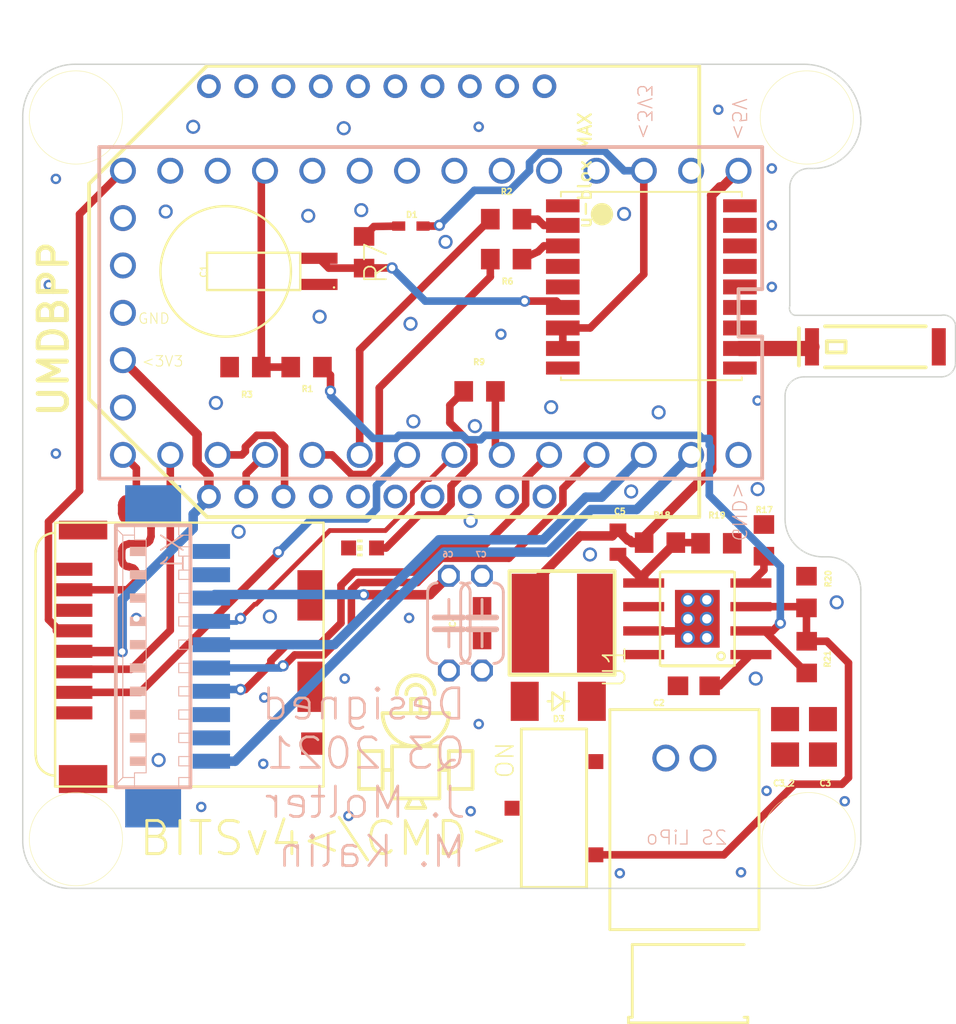
<source format=kicad_pcb>
(kicad_pcb (version 20221018) (generator pcbnew)
  (layers (0 "F.Cu" signal) (31 "B.Cu" signal) (34 "B.Paste" user) (35 "F.Paste" user) (36 "B.SilkS" user "B.Silkscreen") (37 "F.SilkS" user "F.Silkscreen") (38 "B.Mask" user) (39 "F.Mask" user) (44 "Edge.Cuts" user))
  (net 0 "")
  (net 1 "GND")
  (net 2 "+3V3")
  (net 3 "MOSI")
  (net 4 "MISO")
  (net 5 "SD_CS")
  (net 6 "DOUT")
  (net 7 "DIN")
  (net 8 "AGND")
  (net 9 "+5V")
  (net 10 "RXD")
  (net 11 "CTS")
  (net 12 "RTS")
  (net 13 "NETAV")
  (net 14 "RING")
  (net 15 "TXD")
  (net 16 "SLEEP")
  (net 17 "RX3")
  (net 18 "TX3")
  (net 19 "SCK")
  (net 20 "BAT_CELL1")
  (net 21 "LED1")
  (net 22 "N$6")
  (net 23 "9_V_RESET_N")
  (net 24 "V_BCKP")
  (net 25 "N$1")
  (net 26 "N$2")
  (net 27 "N$3")
  (net 28 "N$4")
  (net 29 "N$29")
  (net 30 "N$31")
  (net 31 "SW")
  (net 32 "FB")
  (net 33 "IN1")
  (net 34 "VBAT")
  (net 35 "N$7")
  (net 36 "+3V3_LION")
  (footprint "BITSv4:R0603" (layer "F.Cu") (at 141.7925 92.9874 -90)
    (fp_text reference "R7")
    (fp_text value "22" hide)
  )
  (footprint "BITSv4:R0603" (layer "F.Cu") (at 165.53725 114.698325 -90)
    (fp_text reference "R21")
    (fp_text value "140k" hide)
  )
  (footprint "BITSv4:CHIP-LED0603" (layer "F.Cu") (at 141.7123 108.8444 90)
    (fp_text reference "LED1" hide)
    (fp_text value "Red" hide)
  )
  (footprint "BITSv4:R0603" (layer "F.Cu") (at 165.524525 111.208975 -90)
    (fp_text reference "R20")
    (fp_text value "30.1k" hide)
  )
  (footprint "BITSv4:R0603" (layer "F.Cu") (at 160.692725 108.5938 180)
    (fp_text reference "R19")
    (fp_text value "12k" hide)
  )
  (footprint "BITSv4:74408943100" (layer "F.Cu") (at 154.2161 112.8776 90)
    (fp_text reference "L1" hide)
    (fp_text value "74408943100" hide)
  )
  (footprint "BITSv4:MICRO_SD_HINGED" (layer "F.Cu") (at 139.619175 117.687725 -90)
    (fp_text reference "U$4" hide)
    (fp_text value "MICRO_SD" hide)
  )
  (footprint "" (layer "F.Cu") (at 126.3361 124.4596)
    (fp_text reference "@HOLE1" hide)
    (fp_text value "")
  )
  (footprint "BITSv4:R0603" (layer "F.Cu") (at 149.4143 93.3552 180)
    (fp_text reference "R6")
    (fp_text value "22" hide)
  )
  (footprint "BITSv4:SO8" (layer "F.Cu") (at 159.669125 112.644075 90)
    (fp_text reference "U1")
    (fp_text value "LMR16020" hide)
  )
  (footprint "BITSv4:R0603" (layer "F.Cu") (at 163.241325 108.43725 -90)
    (fp_text reference "R17")
    (fp_text value "45.3k" hide)
  )
  (footprint "BITSv4:MAX-M8" (layer "F.Cu") (at 157.402725 94.897475 180)
    (fp_text reference "U$7" hide)
    (fp_text value "MAX-M8" hide)
  )
  (footprint "BITSv4:559350210" (layer "F.Cu") (at 162.9791 129.3114 180)
    (fp_text reference "U$1" hide)
    (fp_text value "559350210" hide)
  )
  (footprint "BITSv4:R0603" (layer "F.Cu") (at 147.9881 100.4474 180)
    (fp_text reference "R9")
    (fp_text value "470" hide)
  )
  (footprint "BITSv4:XBEE-PRO" (layer "F.Cu") (at 142.4691 95.0846 90)
    (fp_text reference "XB1" hide)
    (fp_text value "XBEE-PRO" hide)
  )
  (footprint "BITSv4:C0603" (layer "F.Cu") (at 148.1201 112.8776 -90)
    (fp_text reference "C4")
    (fp_text value "2.2uF" hide)
  )
  (footprint "" (layer "F.Cu") (at 165.6361 85.7596)
    (fp_text reference "@HOLE2" hide)
    (fp_text value "")
  )
  (footprint "BITSv4:R0603" (layer "F.Cu") (at 149.4143 91.2138 180)
    (fp_text reference "R2")
    (fp_text value "22" hide)
  )
  (footprint "BITSv4:SOD-123_MINI-SMA" (layer "F.Cu") (at 152.2095 117.0686 180)
    (fp_text reference "D3")
    (fp_text value "MBR130T1G" hide)
  )
  (footprint "BITSv4:SPARKFUN-GPS_ANT-GPS-2X7MM" (layer "F.Cu") (at 169.2196 98.05885)
    (fp_text reference "U$8" hide)
    (fp_text value "1.575GHz" hide)
  )
  (footprint "BITSv4:R0603" (layer "F.Cu") (at 138.7079 99.1462 180)
    (fp_text reference "R1")
    (fp_text value "180k" hide)
  )
  (footprint "BITSv4:C0805" (layer "F.Cu") (at 164.3761 118.9736 -90)
    (fp_text reference "C3_2")
    (fp_text value "10uF" hide)
  )
  (footprint "BITSv4:C0805" (layer "F.Cu") (at 166.4081 118.9736 -90)
    (fp_text reference "C3")
    (fp_text value "10uF" hide)
  )
  (footprint "BITSv4:ELNASUPERCAP" (layer "F.Cu") (at 137.870275 94.012425 90)
    (fp_text reference "C1")
    (fp_text value "0.2F" hide)
  )
  (footprint "BITSv4:CL-SB-12B-01" (layer "F.Cu") (at 150.2283 127.0508 90)
    (fp_text reference "U$3" hide)
    (fp_text value "CL-SB-12B-01" hide)
  )
  (footprint "BITSv4:C0402" (layer "F.Cu") (at 155.4099 108.5342 -90)
    (fp_text reference "C5")
    (fp_text value "270pF" hide)
  )
  (footprint "BITSv4:R0603" (layer "F.Cu") (at 135.4305 99.1464)
    (fp_text reference "R3")
    (fp_text value "100k" hide)
  )
  (footprint "BITSv4:R0603" (layer "F.Cu") (at 157.66475 108.5569 180)
    (fp_text reference "R18")
    (fp_text value "68k" hide)
  )
  (footprint "BITSv4:SOD523" (layer "F.Cu") (at 144.2533 91.5838)
    (fp_text reference "D1")
    (fp_text value "RB520S30T1GOSCT-ND" hide)
  )
  (footprint "BITSv4:C0603" (layer "F.Cu") (at 159.4831 116.237125)
    (fp_text reference "C2")
    (fp_text value "0.1uF" hide)
  )
  (footprint "" (layer "F.Cu") (at 165.6361 124.4596)
    (fp_text reference "@HOLE0" hide)
    (fp_text value "")
  )
  (footprint "" (layer "F.Cu") (at 126.3361 85.7596)
    (fp_text reference "@HOLE3" hide)
    (fp_text value "")
  )
  (footprint "BITSv4:C050-024X044" (layer "B.Cu") (at 146.3421 112.8776 -90)
    (fp_text reference "C6")
    (fp_text value "33uF")
  )
  (footprint "BITSv4:TEENSY_3.0-3.2&LC_OUTER_ROW" (layer "B.Cu") (at 145.3681 96.2356 90)
    (fp_text reference "U$2" hide)
    (fp_text value "TEENSY_3.1-3.2_OUTER_ROW")
  )
  (footprint "BITSv4:C050-024X044" (layer "B.Cu") (at 148.1201 112.8776 -90)
    (fp_text reference "C7")
    (fp_text value "33uF")
  )
  (footprint "BITSv4:53261-10" (layer "B.Cu") (at 131.1021 114.6556 -90)
    (fp_text reference "X1")
    (fp_text value "53261-10")
  )
  (gr_line (start 144.3101 117.7036) (end 144.8181 117.7036) (stroke (width 0.2)) (layer "F.SilkS"))
  (gr_line (start 146.3421 120.7516) (end 146.3421 119.7356) (stroke (width 0.2)) (layer "F.SilkS"))
  (gr_circle (center 126.3361 124.4596) (end 128.8361 124.4596) (stroke (width 0.0254)) (fill none) (layer "F.SilkS"))
  (gr_line (start 144.8181 122.2756) (end 145.8341 122.2756) (stroke (width 0.2)) (layer "F.SilkS"))
  (gr_line (start 155.2321 110.0836) (end 155.2321 115.6462) (stroke (width 0.2)) (layer "F.SilkS"))
  (gr_line (start 144.8181 117.7036) (end 144.8181 116.9416) (stroke (width 0.2)) (layer "F.SilkS"))
  (gr_arc (start 144.5641 119.4816) (mid 143.306864 118.960836) (end 142.7861 117.7036) (stroke (width 0.2)) (layer "F.SilkS"))
  (gr_line (start 141.5161 121.7676) (end 142.7861 121.7676) (stroke (width 0.2)) (layer "F.SilkS"))
  (gr_arc (start 146.3421 117.7036) (mid 145.821336 118.960836) (end 144.5641 119.4816) (stroke (width 0.2)) (layer "F.SilkS"))
  (gr_line (start 144.3101 122.2756) (end 144.0561 122.7836) (stroke (width 0.2)) (layer "F.SilkS"))
  (gr_line (start 147.6121 121.7676) (end 147.6121 119.7356) (stroke (width 0.2)) (layer "F.SilkS"))
  (gr_line (start 143.2941 119.4816) (end 143.2941 120.7516) (stroke (width 0.2)) (layer "F.SilkS"))
  (gr_line (start 142.7861 120.7516) (end 142.7861 119.7356) (stroke (width 0.2)) (layer "F.SilkS"))
  (gr_line (start 144.8181 116.9416) (end 144.3101 116.9416) (stroke (width 0.2)) (layer "F.SilkS"))
  (gr_line (start 145.8341 120.7516) (end 145.8341 119.4816) (stroke (width 0.2)) (layer "F.SilkS"))
  (gr_arc (start 144.0561 116.6876) (mid 144.20489 116.32839) (end 144.5641 116.1796) (stroke (width 0.2)) (layer "F.SilkS"))
  (gr_line (start 145.8341 120.7516) (end 146.3421 120.7516) (stroke (width 0.2)) (layer "F.SilkS"))
  (gr_line (start 143.2941 120.7516) (end 142.7861 120.7516) (stroke (width 0.2)) (layer "F.SilkS"))
  (gr_line (start 144.8181 117.7036) (end 146.3421 117.7036) (stroke (width 0.2)) (layer "F.SilkS"))
  (gr_arc (start 143.5481 116.6876) (mid 143.84568 115.96918) (end 144.5641 115.6716) (stroke (width 0.2)) (layer "F.SilkS"))
  (gr_line (start 142.7861 121.7676) (end 142.7861 120.7516) (stroke (width 0.2)) (layer "F.SilkS"))
  (gr_line (start 142.7861 117.7036) (end 144.3101 117.7036) (stroke (width 0.2)) (layer "F.SilkS"))
  (gr_line (start 143.2941 120.7516) (end 143.2941 122.2756) (stroke (width 0.2)) (layer "F.SilkS"))
  (gr_line (start 146.3421 121.7676) (end 146.3421 120.7516) (stroke (width 0.2)) (layer "F.SilkS"))
  (gr_line (start 145.0721 122.7836) (end 144.8181 122.2756) (stroke (width 0.2)) (layer "F.SilkS"))
  (gr_line (start 155.2321 115.6462) (end 149.5933 115.6462) (stroke (width 0.2)) (layer "F.SilkS"))
  (gr_line (start 142.7861 119.7356) (end 141.5161 119.7356) (stroke (width 0.2)) (layer "F.SilkS"))
  (gr_circle (center 165.6361 124.4596) (end 168.1361 124.4596) (stroke (width 0.0254)) (fill none) (layer "F.SilkS"))
  (gr_line (start 149.5933 110.0836) (end 155.2321 110.0836) (stroke (width 0.2)) (layer "F.SilkS"))
  (gr_line (start 143.2941 122.2756) (end 144.3101 122.2756) (stroke (width 0.2)) (layer "F.SilkS"))
  (gr_circle (center 165.5441 85.7596) (end 168.0441 85.7596) (stroke (width 0.0254)) (fill none) (layer "F.SilkS"))
  (gr_line (start 144.3101 122.2756) (end 144.8181 122.2756) (stroke (width 0.2)) (layer "F.SilkS"))
  (gr_line (start 144.3101 116.9416) (end 144.3101 117.7036) (stroke (width 0.2)) (layer "F.SilkS"))
  (gr_circle (center 126.3361 85.7596) (end 128.8361 85.7596) (stroke (width 0.0254)) (fill none) (layer "F.SilkS"))
  (gr_line (start 145.8341 122.2756) (end 145.8341 120.7516) (stroke (width 0.2)) (layer "F.SilkS"))
  (gr_line (start 149.5933 115.6462) (end 149.5933 110.0836) (stroke (width 0.2)) (layer "F.SilkS"))
  (gr_arc (start 144.5641 116.1796) (mid 144.92331 116.32839) (end 145.0721 116.6876) (stroke (width 0.2)) (layer "F.SilkS"))
  (gr_arc (start 144.5641 115.6716) (mid 145.28252 115.96918) (end 145.5801 116.6876) (stroke (width 0.2)) (layer "F.SilkS"))
  (gr_line (start 146.3421 121.7676) (end 147.6121 121.7676) (stroke (width 0.2)) (layer "F.SilkS"))
  (gr_line (start 144.5641 119.4816) (end 143.2941 119.4816) (stroke (width 0.2)) (layer "F.SilkS"))
  (gr_line (start 145.8341 119.4816) (end 144.5641 119.4816) (stroke (width 0.2)) (layer "F.SilkS"))
  (gr_line (start 147.6121 119.7356) (end 146.3421 119.7356) (stroke (width 0.2)) (layer "F.SilkS"))
  (gr_line (start 141.5161 119.7356) (end 141.5161 121.7676) (stroke (width 0.2)) (layer "F.SilkS"))
  (gr_line (start 144.0561 122.7836) (end 145.0721 122.7836) (stroke (width 0.2)) (layer "F.SilkS"))
  (gr_arc (start 164.6301 89.5096) (mid 164.92768 88.79118) (end 165.6461 88.4936) (stroke (width 0.0762)) (layer "Edge.Cuts"))
  (gr_arc (start 173.5201 98.9076) (mid 173.296915 99.446415) (end 172.7581 99.6696) (stroke (width 0.0762)) (layer "Edge.Cuts"))
  (gr_arc (start 172.7581 96.3676) (mid 173.24431 96.463785) (end 173.5201 96.8756) (stroke (width 0.0762)) (layer "Edge.Cuts"))
  (gr_line (start 126.0221 127.1016) (end 165.9001 127.1016) (stroke (width 0.0762)) (layer "Edge.Cuts"))
  (gr_line (start 123.4821 85.6996) (end 123.4821 124.5616) (stroke (width 0.0762)) (layer "Edge.Cuts"))
  (gr_line (start 165.6461 88.4936) (end 165.9001 88.4936) (stroke (width 0.0762)) (layer "Edge.Cuts"))
  (gr_arc (start 165.3921 82.9056) (mid 167.547361 83.798339) (end 168.4401 85.9536) (stroke (width 0.0762)) (layer "Edge.Cuts"))
  (gr_arc (start 164.8841 96.3676) (mid 164.65189 96.166205) (end 164.6301 95.8596) (stroke (width 0.0762)) (layer "Edge.Cuts"))
  (gr_arc (start 168.4401 124.5616) (mid 167.696151 126.357651) (end 165.900099 127.101599) (stroke (width 0.0762)) (layer "Edge.Cuts"))
  (gr_line (start 164.6301 95.8596) (end 164.6301 89.5096) (stroke (width 0.0762)) (layer "Edge.Cuts"))
  (gr_line (start 173.5201 98.9076) (end 173.5201 96.8756) (stroke (width 0.0762)) (layer "Edge.Cuts"))
  (gr_line (start 164.3761 107.2896) (end 164.3761 100.6856) (stroke (width 0.0762)) (layer "Edge.Cuts"))
  (gr_arc (start 166.4081 109.3216) (mid 164.971259 108.726441) (end 164.3761 107.2896) (stroke (width 0.0762)) (layer "Edge.Cuts"))
  (gr_arc (start 126.022101 127.101599) (mid 124.226049 126.357651) (end 123.4821 124.5616) (stroke (width 0.0762)) (layer "Edge.Cuts"))
  (gr_arc (start 166.6621 109.3216) (mid 167.919336 109.842364) (end 168.4401 111.0996) (stroke (width 0.0762)) (layer "Edge.Cuts"))
  (gr_arc (start 168.4401 85.9536) (mid 167.696151 87.749651) (end 165.9001 88.4936) (stroke (width 0.0762)) (layer "Edge.Cuts"))
  (gr_arc (start 164.3761 100.6856) (mid 164.67368 99.96718) (end 165.3921 99.6696) (stroke (width 0.0762)) (layer "Edge.Cuts"))
  (gr_arc (start 123.4821 85.6996) (mid 124.300444 83.723944) (end 126.2761 82.9056) (stroke (width 0.0762)) (layer "Edge.Cuts"))
  (gr_line (start 165.3921 99.6696) (end 172.7581 99.6696) (stroke (width 0.0762)) (layer "Edge.Cuts"))
  (gr_line (start 172.7581 96.3676) (end 164.8841 96.3676) (stroke (width 0.0762)) (layer "Edge.Cuts"))
  (gr_line (start 168.4401 111.0996) (end 168.4401 124.5616) (stroke (width 0.0762)) (layer "Edge.Cuts"))
  (gr_line (start 165.3921 82.9056) (end 126.2761 82.9056) (stroke (width 0.0762)) (layer "Edge.Cuts"))
  (gr_line (start 166.4081 109.3216) (end 166.6621 109.3216) (stroke (width 0.0762)) (layer "Edge.Cuts"))
  (gr_text "2S LiPo" (at 161.3281 124.8156) (layer "B.SilkS") (effects (font (size 0.747776 0.747776) (thickness 0.065024)) (justify left bottom mirror)))
  (gr_text "GND>" (at 162.3441 105.2576 -90) (layer "B.SilkS") (effects (font (size 0.747776 0.747776) (thickness 0.065024)) (justify right top mirror)))
  (gr_text "<5V" (at 162.3441 84.6836 -90) (layer "B.SilkS") (effects (font (size 0.747776 0.747776) (thickness 0.065024)) (justify right top mirror)))
  (gr_text "<3V3" (at 157.2641 83.9216 -90) (layer "B.SilkS") (effects (font (size 0.747776 0.747776) (thickness 0.065024)) (justify right top mirror)))
  (gr_text "Designed\nQ3 2021\nJ. Molter\nM. Kalin" (at 147.3581 126.0856) (layer "B.SilkS") (effects (font (size 1.63576 1.63576) (thickness 0.14224)) (justify left bottom mirror)))
  (gr_text "UMDBPP" (at 126.0221 101.9556 90) (layer "F.SilkS") (effects (font (size 1.5113 1.5113) (thickness 0.2667)) (justify left bottom)))
  (gr_text "ON" (at 149.8981 121.2596 90) (layer "F.SilkS") (effects (font (size 0.93472 0.93472) (thickness 0.08128)) (justify left bottom)))
  (gr_text "BITSv4<\\CMD>" (at 139.6535 124.4222) (layer "F.SilkS") (effects (font (size 1.775968 1.775968) (thickness 0.154432))))
  (gr_text "GND" (at 131.4069 96.2152) (layer "F.SilkS") (effects (font (size 0.560832 0.560832) (thickness 0.048768)) (justify right top)))
  (gr_text "<3V3" (at 129.8321 99.1616) (layer "F.SilkS") (effects (font (size 0.560832 0.560832) (thickness 0.048768)) (justify left bottom)))
  (segment (start 156.794125 113.294075) (end 158.795125 113.294075) (width 0.4064) (layer "F.Cu") (net 1))
  (segment (start 158.795125 113.294075) (end 159.161125 113.660075) (width 0.254) (layer "F.Cu") (net 1))
  (via (at 162.9029 100.9396) (size 0.5588) (drill 0.3048) (layers "F.Cu" "B.Cu") (net 1))
  (via (at 153.9113 109.1946) (size 0.754) (drill 0.5) (layers "F.Cu" "B.Cu") (net 1))
  (via (at 160.177125 113.660075) (size 0.754) (drill 0.5) (layers "F.Cu" "B.Cu") (net 1))
  (via (at 139.4079 96.4438) (size 0.754) (drill 0.5) (layers "F.Cu" "B.Cu") (net 1))
  (via (at 155.7401 90.932) (size 0.754) (drill 0.5) (layers "F.Cu" "B.Cu") (net 1))
  (via (at 151.8285 101.2952) (size 0.754) (drill 0.5) (layers "F.Cu" "B.Cu") (net 1))
  (via (at 133.8453 101.0666) (size 0.754) (drill 0.5) (layers "F.Cu" "B.Cu") (net 1))
  (via (at 162.8013 115.8494) (size 0.754) (drill 0.5) (layers "F.Cu" "B.Cu") (net 1))
  (via (at 163.6649 88.4936) (size 0.5588) (drill 0.3048) (layers "F.Cu" "B.Cu") (net 1))
  (via (at 147.5105 107.3912) (size 0.754) (drill 0.5) (layers "F.Cu" "B.Cu") (net 1))
  (via (at 147.9423 86.2584) (size 0.5588) (drill 0.3048) (layers "F.Cu" "B.Cu") (net 1))
  (via (at 149.1361 97.3836) (size 0.604) (drill 0.35) (layers "F.Cu" "B.Cu") (net 1))
  (via (at 136.4361 116.8654) (size 0.5588) (drill 0.3048) (layers "F.Cu" "B.Cu") (net 1))
  (via (at 163.6649 91.5416) (size 0.5588) (drill 0.3048) (layers "F.Cu" "B.Cu") (net 1))
  (via (at 140.9573 123.2154) (size 0.5588) (drill 0.3048) (layers "F.Cu" "B.Cu") (net 1))
  (via (at 136.7409 112.522) (size 0.754) (drill 0.5) (layers "F.Cu" "B.Cu") (net 1))
  (via (at 147.5105 122.9614) (size 0.5588) (drill 0.3048) (layers "F.Cu" "B.Cu") (net 1))
  (via (at 147.7391 102.3112) (size 0.754) (drill 0.5) (layers "F.Cu" "B.Cu") (net 1))
  (via (at 135.0645 107.9754) (size 0.754) (drill 0.5) (layers "F.Cu" "B.Cu") (net 1))
  (via (at 162.9029 105.6894) (size 0.754) (drill 0.5) (layers "F.Cu" "B.Cu") (net 1))
  (via (at 160.177125 112.644075) (size 0.754) (drill 0.5) (layers "F.Cu" "B.Cu") (net 1))
  (via (at 125.2601 103.7844) (size 0.5588) (drill 0.3048) (layers "F.Cu" "B.Cu") (net 1))
  (via (at 157.5943 101.5746) (size 0.754) (drill 0.5) (layers "F.Cu" "B.Cu") (net 1))
  (via (at 125.2601 89.0524) (size 0.5588) (drill 0.3048) (layers "F.Cu" "B.Cu") (net 1))
  (via (at 140.7033 86.3346) (size 0.754) (drill 0.5) (layers "F.Cu" "B.Cu") (net 1))
  (via (at 167.5765 122.428) (size 0.5588) (drill 0.3048) (layers "F.Cu" "B.Cu") (net 1))
  (via (at 162.0139 126.238) (size 0.5588) (drill 0.3048) (layers "F.Cu" "B.Cu") (net 1))
  (via (at 167.1447 111.76) (size 0.754) (drill 0.5) (layers "F.Cu" "B.Cu") (net 1))
  (via (at 146.1643 92.4306) (size 0.754) (drill 0.5) (layers "F.Cu" "B.Cu") (net 1))
  (via (at 144.4371 102.0572) (size 0.754) (drill 0.5) (layers "F.Cu" "B.Cu") (net 1))
  (via (at 132.6261 86.2584) (size 0.754) (drill 0.5) (layers "F.Cu" "B.Cu") (net 1))
  (via (at 131.1529 90.805) (size 0.754) (drill 0.5) (layers "F.Cu" "B.Cu") (net 1))
  (via (at 138.7983 91.0336) (size 0.754) (drill 0.5) (layers "F.Cu" "B.Cu") (net 1))
  (via (at 136.3853 120.4214) (size 0.5588) (drill 0.3048) (layers "F.Cu" "B.Cu") (net 1))
  (via (at 156.1211 105.8164) (size 0.754) (drill 0.5) (layers "F.Cu" "B.Cu") (net 1))
  (via (at 129.5781 112.6236) (size 0.604) (drill 0.35) (layers "F.Cu" "B.Cu") (net 1))
  (via (at 144.2847 96.8248) (size 0.754) (drill 0.5) (layers "F.Cu" "B.Cu") (net 1))
  (via (at 130.7719 120.2182) (size 0.754) (drill 0.5) (layers "F.Cu" "B.Cu") (net 1))
  (via (at 141.6431 90.7288) (size 0.754) (drill 0.5) (layers "F.Cu" "B.Cu") (net 1))
  (via (at 144.2085 112.5982) (size 0.5588) (drill 0.3048) (layers "F.Cu" "B.Cu") (net 1))
  (via (at 133.0579 122.7328) (size 0.5588) (drill 0.3048) (layers "F.Cu" "B.Cu") (net 1))
  (via (at 160.7947 85.344) (size 0.5588) (drill 0.3048) (layers "F.Cu" "B.Cu") (net 1))
  (via (at 163.6649 94.8436) (size 0.5588) (drill 0.3048) (layers "F.Cu" "B.Cu") (net 1))
  (via (at 159.161125 111.628075) (size 0.754) (drill 0.5) (layers "F.Cu" "B.Cu") (net 1))
  (via (at 140.7541 115.8494) (size 0.5588) (drill 0.3048) (layers "F.Cu" "B.Cu") (net 1))
  (via (at 147.9423 118.2878) (size 0.5588) (drill 0.3048) (layers "F.Cu" "B.Cu") (net 1))
  (via (at 163.3855 121.8692) (size 0.5588) (drill 0.3048) (layers "F.Cu" "B.Cu") (net 1))
  (via (at 155.5115 126.2888) (size 0.5588) (drill 0.3048) (layers "F.Cu" "B.Cu") (net 1))
  (via (at 124.8791 94.742) (size 0.5588) (drill 0.3048) (layers "F.Cu" "B.Cu") (net 1))
  (via (at 159.161125 113.660075) (size 0.754) (drill 0.5) (layers "F.Cu" "B.Cu") (net 1))
  (via (at 159.161125 112.644075) (size 0.754) (drill 0.5) (layers "F.Cu" "B.Cu") (net 1))
  (via (at 160.177125 111.628075) (size 0.754) (drill 0.5) (layers "F.Cu" "B.Cu") (net 1))
  (segment (start 128.8161 114.4016) (end 126.23305 114.4016) (width 0.508) (layer "F.Cu") (net 2))
  (segment (start 144.9533 91.5838) (end 145.7919 91.5838) (width 0.4064) (layer "F.Cu") (net 2))
  (segment (start 153.917618 97.047475) (end 152.452725 97.047475) (width 0.4064) (layer "F.Cu") (net 2))
  (segment (start 128.8581 98.7756) (end 132.836756 102.754257) (width 0.508) (layer "F.Cu") (net 2))
  (segment (start 156.7981 94.166994) (end 153.917618 97.047475) (width 0.4064) (layer "F.Cu") (net 2))
  (segment (start 133.4691 104.944138) (end 133.4691 106.0846) (width 0.508) (layer "F.Cu") (net 2))
  (segment (start 132.836756 102.754257) (end 132.836756 104.311794) (width 0.508) (layer "F.Cu") (net 2))
  (segment (start 156.7981 88.6156) (end 156.7981 94.166994) (width 0.4064) (layer "F.Cu") (net 2))
  (segment (start 126.23305 114.4016) (end 126.219175 114.387725) (width 0.4064) (layer "F.Cu") (net 2))
  (segment (start 145.7919 91.5838) (end 145.8341 91.5416) (width 0.4064) (layer "F.Cu") (net 2))
  (segment (start 152.452725 97.047475) (end 152.452725 98.147475) (width 0.4064) (layer "F.Cu") (net 2))
  (segment (start 132.836756 104.311794) (end 133.4691 104.944138) (width 0.508) (layer "F.Cu") (net 2))
  (via (at 145.8341 91.5416) (size 0.604) (drill 0.35) (layers "F.Cu" "B.Cu") (net 2))
  (via (at 128.8161 114.4016) (size 0.604) (drill 0.35) (layers "F.Cu" "B.Cu") (net 2))
  (segment (start 149.61325 89.666144) (end 150.667556 88.611838) (width 0.4064) (layer "B.Cu") (net 2))
  (segment (start 133.4691 106.1926) (end 132.6261 107.0356) (width 0.508) (layer "B.Cu") (net 2))
  (segment (start 132.6261 107.7976) (end 128.8161 111.6076) (width 0.508) (layer "B.Cu") (net 2))
  (segment (start 150.667556 88.18045) (end 151.28295 87.565057) (width 0.4064) (layer "B.Cu") (net 2))
  (segment (start 151.28295 87.565057) (end 154.69325 87.565057) (width 0.4064) (layer "B.Cu") (net 2))
  (segment (start 147.709556 89.666144) (end 149.61325 89.666144) (width 0.4064) (layer "B.Cu") (net 2))
  (segment (start 132.6261 107.0356) (end 132.6261 107.7976) (width 0.508) (layer "B.Cu") (net 2))
  (segment (start 155.743793 88.6156) (end 156.7981 88.6156) (width 0.4064) (layer "B.Cu") (net 2))
  (segment (start 128.8161 114.4016) (end 128.8161 111.6076) (width 0.508) (layer "B.Cu") (net 2))
  (segment (start 150.667556 88.611838) (end 150.667556 88.18045) (width 0.4064) (layer "B.Cu") (net 2))
  (segment (start 133.4691 106.0846) (end 133.4691 106.1926) (width 0.508) (layer "B.Cu") (net 2))
  (segment (start 145.8341 91.5416) (end 147.709556 89.666144) (width 0.4064) (layer "B.Cu") (net 2))
  (segment (start 154.69325 87.565057) (end 155.743793 88.6156) (width 0.4064) (layer "B.Cu") (net 2))
  (segment (start 131.3981 113.257588) (end 129.308362 115.347325) (width 0.4064) (layer "F.Cu") (net 3))
  (segment (start 131.3981 103.8556) (end 131.3981 113.257588) (width 0.4064) (layer "F.Cu") (net 3))
  (segment (start 126.359575 115.347325) (end 126.219175 115.487725) (width 0.4064) (layer "F.Cu") (net 3))
  (segment (start 129.308362 115.347325) (end 126.359575 115.347325) (width 0.4064) (layer "F.Cu") (net 3))
  (segment (start 129.30606 106.140031) (end 129.415811 106.08411) (width 0.4064) (layer "F.Cu") (net 4))
  (segment (start 129.058225 111.087725) (end 126.219175 111.087725) (width 0.4064) (layer "F.Cu") (net 4))
  (segment (start 129.06274 109.832566) (end 128.952989 109.776645) (width 0.4064) (layer "F.Cu") (net 4))
  (segment (start 128.8581 103.8556) (end 129.5781 104.5756) (width 0.4064) (layer "F.Cu") (net 4))
  (segment (start 129.1844 109.851835) (end 129.06274 109.832566) (width 0.4064) (layer "F.Cu") (net 4))
  (segment (start 129.50291 110.014124) (end 129.415811 109.927025) (width 0.4064) (layer "F.Cu") (net 4))
  (segment (start 130.3655 107.783844) (end 130.346231 107.662184) (width 0.4064) (layer "F.Cu") (net 4))
  (segment (start 129.5781 110.245535) (end 129.5781 110.245535) (width 0.4064) (layer "F.Cu") (net 4))
  (segment (start 128.7907 109.014691) (end 128.809969 108.893031) (width 0.4064) (layer "F.Cu") (net 4))
  (segment (start 129.1844 108.620991) (end 129.9718 108.620991) (width 0.4064) (layer "F.Cu") (net 4))
  (segment (start 128.7907 109.458135) (end 128.7907 109.014691) (width 0.4064) (layer "F.Cu") (net 4))
  (segment (start 129.415811 106.08411) (end 129.50291 105.997011) (width 0.4064) (layer "F.Cu") (net 4))
  (segment (start 129.9718 108.620991) (end 130.09346 108.601722) (width 0.4064) (layer "F.Cu") (net 4))
  (segment (start 129.0701 111.0996) (end 129.058225 111.087725) (width 0.4064) (layer "F.Cu") (net 4))
  (segment (start 128.952989 109.776645) (end 128.86589 109.689546) (width 0.4064) (layer "F.Cu") (net 4))
  (segment (start 128.952989 108.696181) (end 129.1844 108.620991) (width 0.4064) (layer "F.Cu") (net 4))
  (segment (start 128.86589 107.227855) (end 128.7907 106.996444) (width 0.4064) (layer "F.Cu") (net 4))
  (segment (start 128.86589 106.321589) (end 128.952989 106.23449) (width 0.4064) (layer "F.Cu") (net 4))
  (segment (start 129.5781 105.7656) (end 129.5781 104.5756) (width 0.4064) (layer "F.Cu") (net 4))
  (segment (start 129.1844 106.1593) (end 129.1844 106.1593) (width 0.4064) (layer "F.Cu") (net 4))
  (segment (start 129.1844 107.390144) (end 129.1844 107.390144) (width 0.4064) (layer "F.Cu") (net 4))
  (segment (start 129.9718 108.620991) (end 129.9718 108.620991) (width 0.4064) (layer "F.Cu") (net 4))
  (segment (start 130.3655 107.783844) (end 130.3655 107.783844) (width 0.4064) (layer "F.Cu") (net 4))
  (segment (start 128.7907 109.014691) (end 128.7907 109.014691) (width 0.4064) (layer "F.Cu") (net 4))
  (segment (start 128.7907 106.996444) (end 128.7907 106.553) (width 0.4064) (layer "F.Cu") (net 4))
  (segment (start 129.415811 109.927025) (end 129.1844 109.851835) (width 0.4064) (layer "F.Cu") (net 4))
  (segment (start 128.86589 108.78328) (end 128.952989 108.696181) (width 0.4064) (layer "F.Cu") (net 4))
  (segment (start 128.86589 109.689546) (end 128.7907 109.458135) (width 0.4064) (layer "F.Cu") (net 4))
  (segment (start 130.203211 108.545801) (end 130.29031 108.458702) (width 0.4064) (layer "F.Cu") (net 4))
  (segment (start 129.50291 105.997011) (end 129.5781 105.7656) (width 0.4064) (layer "F.Cu") (net 4))
  (segment (start 129.06274 107.370875) (end 128.952989 107.314954) (width 0.4064) (layer "F.Cu") (net 4))
  (segment (start 128.952989 107.314954) (end 128.86589 107.227855) (width 0.4064) (layer "F.Cu") (net 4))
  (segment (start 129.1844 107.390144) (end 129.06274 107.370875) (width 0.4064) (layer "F.Cu") (net 4))
  (segment (start 129.5781 110.5916) (end 129.0701 111.0996) (width 0.4064) (layer "F.Cu") (net 4))
  (segment (start 128.7907 106.553) (end 128.7907 106.553) (width 0.4064) (layer "F.Cu") (net 4))
  (segment (start 128.7907 106.553) (end 128.809969 106.43134) (width 0.4064) (layer "F.Cu") (net 4))
  (segment (start 129.558831 110.123875) (end 129.50291 110.014124) (width 0.4064) (layer "F.Cu") (net 4))
  (segment (start 130.09346 108.601722) (end 130.203211 108.545801) (width 0.4064) (layer "F.Cu") (net 4))
  (segment (start 130.29031 107.552433) (end 130.203211 107.465334) (width 0.4064) (layer "F.Cu") (net 4))
  (segment (start 129.5781 110.5916) (end 129.5781 110.245535) (width 0.4064) (layer "F.Cu") (net 4))
  (segment (start 128.809969 108.893031) (end 128.86589 108.78328) (width 0.4064) (layer "F.Cu") (net 4))
  (segment (start 128.809969 106.43134) (end 128.86589 106.321589) (width 0.4064) (layer "F.Cu") (net 4))
  (segment (start 129.5781 110.245535) (end 129.558831 110.123875) (width 0.4064) (layer "F.Cu") (net 4))
  (segment (start 129.1844 106.1593) (end 129.30606 106.140031) (width 0.4064) (layer "F.Cu") (net 4))
  (segment (start 130.203211 107.465334) (end 129.9718 107.390144) (width 0.4064) (layer "F.Cu") (net 4))
  (segment (start 130.29031 108.458702) (end 130.3655 108.227291) (width 0.4064) (layer "F.Cu") (net 4))
  (segment (start 130.3655 108.227291) (end 130.3655 107.783844) (width 0.4064) (layer "F.Cu") (net 4))
  (segment (start 130.346231 107.662184) (end 130.29031 107.552433) (width 0.4064) (layer "F.Cu") (net 4))
  (segment (start 129.1844 109.851835) (end 129.1844 109.851835) (width 0.4064) (layer "F.Cu") (net 4))
  (segment (start 128.952989 106.23449) (end 129.1844 106.1593) (width 0.4064) (layer "F.Cu") (net 4))
  (segment (start 129.9718 107.390144) (end 129.1844 107.390144) (width 0.4064) (layer "F.Cu") (net 4))
  (segment (start 137.1981 109.0676) (end 137.2467 109.1162) (width 0.4064) (layer "F.Cu") (net 5))
  (segment (start 126.219175 116.587725) (end 129.775175 116.587725) (width 0.4064) (layer "F.Cu") (net 5))
  (segment (start 137.2467 109.1162) (end 129.775175 116.587725) (width 0.4064) (layer "F.Cu") (net 5))
  (via (at 137.1981 109.0676) (size 0.604) (drill 0.35) (layers "F.Cu" "B.Cu") (net 5))
  (segment (start 141.919025 107.2896) (end 138.9761 107.2896) (width 0.4064) (layer "B.Cu") (net 5))
  (segment (start 144.0981 103.8556) (end 142.4597 105.494) (width 0.4064) (layer "B.Cu") (net 5))
  (segment (start 138.9761 107.2896) (end 137.1981 109.0676) (width 0.4064) (layer "B.Cu") (net 5))
  (segment (start 142.4597 105.494) (end 142.4597 106.748925) (width 0.4064) (layer "B.Cu") (net 5))
  (segment (start 142.4597 106.748925) (end 141.919025 107.2896) (width 0.4064) (layer "B.Cu") (net 5))
  (segment (start 136.4781 103.8556) (end 135.4691 104.8646) (width 0.4064) (layer "F.Cu") (net 6))
  (segment (start 135.4691 104.8646) (end 135.4691 106.0846) (width 0.4064) (layer "F.Cu") (net 6))
  (segment (start 135.2401 103.8556) (end 133.9381 103.8556) (width 0.4064) (layer "F.Cu") (net 7))
  (segment (start 136.91325 102.805057) (end 136.04295 102.805057) (width 0.4064) (layer "F.Cu") (net 7))
  (segment (start 135.427556 103.42045) (end 135.427556 103.668144) (width 0.4064) (layer "F.Cu") (net 7))
  (segment (start 137.4691 106.0846) (end 137.528643 106.025057) (width 0.4064) (layer "F.Cu") (net 7))
  (segment (start 135.427556 103.668144) (end 135.2401 103.8556) (width 0.4064) (layer "F.Cu") (net 7))
  (segment (start 136.04295 102.805057) (end 135.427556 103.42045) (width 0.4064) (layer "F.Cu") (net 7))
  (segment (start 137.528643 106.025057) (end 137.528643 103.42045) (width 0.4064) (layer "F.Cu") (net 7))
  (segment (start 136.91325 102.805057) (end 137.528643 103.42045) (width 0.4064) (layer "F.Cu") (net 7))
  (segment (start 155.4099 107.8842) (end 155.9535 108.4278) (width 0.508) (layer "F.Cu") (net 9))
  (segment (start 161.006625 89.487075) (end 161.8781 88.6156) (width 0.508) (layer "F.Cu") (net 9))
  (segment (start 151.2241 112.3696) (end 150.7161 112.8776) (width 0.508) (layer "F.Cu") (net 9))
  (segment (start 153.37635 108.197232) (end 151.2241 110.3936) (width 0.508) (layer "F.Cu") (net 9))
  (segment (start 156.157337 108.5569) (end 156.81475 108.5569) (width 0.508) (layer "F.Cu") (net 9))
  (segment (start 156.81475 108.24695) (end 156.81475 108.5569) (width 0.508) (layer "F.Cu") (net 9))
  (segment (start 151.2241 110.3936) (end 151.2241 112.3696) (width 0.508) (layer "F.Cu") (net 9))
  (segment (start 155.9535 108.4278) (end 156.028237 108.4278) (width 0.508) (layer "F.Cu") (net 9))
  (segment (start 160.884387 89.487075) (end 161.006625 89.487075) (width 0.508) (layer "F.Cu") (net 9))
  (segment (start 155.096868 108.197232) (end 153.37635 108.197232) (width 0.508) (layer "F.Cu") (net 9))
  (segment (start 145.3261 111.3536) (end 141.7701 111.3536) (width 0.508) (layer "F.Cu") (net 9))
  (segment (start 160.439443 89.932019) (end 160.439443 104.622257) (width 0.508) (layer "F.Cu") (net 9))
  (segment (start 156.028237 108.4278) (end 156.157337 108.5569) (width 0.508) (layer "F.Cu") (net 9))
  (segment (start 160.439443 89.932019) (end 160.884387 89.487075) (width 0.508) (layer "F.Cu") (net 9))
  (segment (start 146.3421 110.3376) (end 145.3261 111.3536) (width 0.508) (layer "F.Cu") (net 9))
  (segment (start 155.4099 107.8842) (end 155.096868 108.197232) (width 0.508) (layer "F.Cu") (net 9))
  (segment (start 160.439443 104.622257) (end 156.81475 108.24695) (width 0.508) (layer "F.Cu") (net 9))
  (via (at 141.7701 111.3536) (size 0.604) (drill 0.35) (layers "F.Cu" "B.Cu") (net 9))
  (segment (start 141.7701 111.3536) (end 141.7575 111.341) (width 0.508) (layer "B.Cu") (net 9))
  (segment (start 141.7575 111.341) (end 133.7917 111.341) (width 0.508) (layer "B.Cu") (net 9))
  (segment (start 133.7917 111.341) (end 133.6021 111.5306) (width 0.508) (layer "B.Cu") (net 9))
  (segment (start 153.9621 106.7816) (end 151.6761 109.0676) (width 0.508) (layer "B.Cu") (net 10))
  (segment (start 151.6761 109.0676) (end 146.0881 109.0676) (width 0.508) (layer "B.Cu") (net 10))
  (segment (start 146.0881 109.0676) (end 134.8751 120.2806) (width 0.508) (layer "B.Cu") (net 10))
  (segment (start 159.3381 103.8556) (end 156.4121 106.7816) (width 0.508) (layer "B.Cu") (net 10))
  (segment (start 156.4121 106.7816) (end 153.9621 106.7816) (width 0.508) (layer "B.Cu") (net 10))
  (segment (start 134.8751 120.2806) (end 133.6021 120.2806) (width 0.508) (layer "B.Cu") (net 10))
  (segment (start 140.5537 112.870969) (end 139.401343 114.023325) (width 0.4064) (layer "F.Cu") (net 13))
  (segment (start 150.4597 106.494925) (end 148.116643 108.837982) (width 0.4064) (layer "F.Cu") (net 13))
  (segment (start 145.720931 108.837982) (end 144.421712 110.1372) (width 0.4064) (layer "F.Cu") (net 13))
  (segment (start 139.401343 114.023325) (end 137.662387 114.023325) (width 0.4064) (layer "F.Cu") (net 13))
  (segment (start 141.266243 110.1372) (end 140.5537 110.849744) (width 0.4064) (layer "F.Cu") (net 13))
  (segment (start 136.7945 115.0592) (end 135.4201 116.4336) (width 0.4064) (layer "F.Cu") (net 13))
  (segment (start 150.4597 105.114) (end 150.4597 106.494925) (width 0.4064) (layer "F.Cu") (net 13))
  (segment (start 144.421712 110.1372) (end 141.266243 110.1372) (width 0.4064) (layer "F.Cu") (net 13))
  (segment (start 148.116643 108.837982) (end 145.720931 108.837982) (width 0.4064) (layer "F.Cu") (net 13))
  (segment (start 136.7945 114.891213) (end 136.7945 115.0592) (width 0.4064) (layer "F.Cu") (net 13))
  (segment (start 135.4201 116.4336) (end 135.1661 116.4336) (width 0.4064) (layer "F.Cu") (net 13))
  (segment (start 151.7181 103.8556) (end 150.4597 105.114) (width 0.4064) (layer "F.Cu") (net 13))
  (segment (start 137.662387 114.023325) (end 136.7945 114.891213) (width 0.4064) (layer "F.Cu") (net 13))
  (segment (start 140.5537 110.849744) (end 140.5537 112.870969) (width 0.4064) (layer "F.Cu") (net 13))
  (via (at 135.1661 116.4336) (size 0.604) (drill 0.35) (layers "F.Cu" "B.Cu") (net 13))
  (segment (start 133.6991 116.4336) (end 133.6021 116.5306) (width 0.4064) (layer "B.Cu") (net 13))
  (segment (start 135.1661 116.4336) (end 133.6991 116.4336) (width 0.4064) (layer "B.Cu") (net 13))
  (segment (start 139.632812 114.582125) (end 138.071881 114.582125) (width 0.4064) (layer "F.Cu") (net 14))
  (segment (start 137.490406 115.1636) (end 137.4521 115.1636) (width 0.4064) (layer "F.Cu") (net 14))
  (segment (start 141.1125 113.102438) (end 139.632812 114.582125) (width 0.4064) (layer "F.Cu") (net 14))
  (segment (start 154.2581 103.8556) (end 152.4597 105.654) (width 0.4064) (layer "F.Cu") (net 14))
  (segment (start 149.557843 109.396782) (end 145.9524 109.396782) (width 0.4064) (layer "F.Cu") (net 14))
  (segment (start 152.4597 105.654) (end 152.4597 106.494925) (width 0.4064) (layer "F.Cu") (net 14))
  (segment (start 152.4597 106.494925) (end 149.557843 109.396782) (width 0.4064) (layer "F.Cu") (net 14))
  (segment (start 141.497712 110.696) (end 141.1125 111.081213) (width 0.4064) (layer "F.Cu") (net 14))
  (segment (start 145.9524 109.396782) (end 144.653181 110.696) (width 0.4064) (layer "F.Cu") (net 14))
  (segment (start 141.1125 111.081213) (end 141.1125 113.102438) (width 0.4064) (layer "F.Cu") (net 14))
  (segment (start 144.653181 110.696) (end 141.497712 110.696) (width 0.4064) (layer "F.Cu") (net 14))
  (segment (start 138.071881 114.582125) (end 137.490406 115.1636) (width 0.4064) (layer "F.Cu") (net 14))
  (via (at 137.4521 115.1636) (size 0.604) (drill 0.35) (layers "F.Cu" "B.Cu") (net 14))
  (segment (start 137.3351 115.2806) (end 133.6021 115.2806) (width 0.4064) (layer "B.Cu") (net 14))
  (segment (start 137.4521 115.1636) (end 137.3351 115.2806) (width 0.4064) (layer "B.Cu") (net 14))
  (segment (start 153.68855 106.1212) (end 151.40255 108.4072) (width 0.508) (layer "B.Cu") (net 15))
  (segment (start 151.40255 108.4072) (end 145.81455 108.4072) (width 0.508) (layer "B.Cu") (net 15))
  (segment (start 156.7981 103.8556) (end 154.5325 106.1212) (width 0.508) (layer "B.Cu") (net 15))
  (segment (start 140.19115 114.0306) (end 133.6021 114.0306) (width 0.508) (layer "B.Cu") (net 15))
  (segment (start 145.81455 108.4072) (end 140.19115 114.0306) (width 0.508) (layer "B.Cu") (net 15))
  (segment (start 154.5325 106.1212) (end 153.68855 106.1212) (width 0.508) (layer "B.Cu") (net 15))
  (segment (start 145.3235 105.1702) (end 145.090337 105.1702) (width 0.254) (layer "F.Cu") (net 16))
  (segment (start 144.3835 105.877038) (end 144.3835 106.463363) (width 0.254) (layer "F.Cu") (net 16))
  (segment (start 144.3835 106.463363) (end 142.935862 107.911) (width 0.254) (layer "F.Cu") (net 16))
  (segment (start 136.000168 111.8616) (end 135.9281 111.8616) (width 0.254) (layer "F.Cu") (net 16))
  (segment (start 146.6381 103.8556) (end 145.3235 105.1702) (width 0.254) (layer "F.Cu") (net 16))
  (segment (start 142.935862 107.911) (end 139.950768 107.911) (width 0.254) (layer "F.Cu") (net 16))
  (segment (start 139.950768 107.911) (end 136.000168 111.8616) (width 0.254) (layer "F.Cu") (net 16))
  (segment (start 145.090337 105.1702) (end 144.3835 105.877038) (width 0.254) (layer "F.Cu") (net 16))
  (segment (start 135.9281 111.8616) (end 135.1661 112.6236) (width 0.254) (layer "F.Cu") (net 16))
  (via (at 135.1661 112.6236) (size 0.604) (drill 0.35) (layers "F.Cu" "B.Cu") (net 16))
  (segment (start 135.1661 112.6236) (end 134.947593 112.842107) (width 0.254) (layer "B.Cu") (net 16))
  (segment (start 133.663606 112.842107) (end 133.6021 112.7806) (width 0.254) (layer "B.Cu") (net 16))
  (segment (start 134.947593 112.842107) (end 133.663606 112.842107) (width 0.254) (layer "B.Cu") (net 16))
  (segment (start 141.5581 103.8556) (end 141.5581 98.22) (width 0.4064) (layer "F.Cu") (net 17))
  (segment (start 141.5581 98.22) (end 148.5643 91.2138) (width 0.4064) (layer "F.Cu") (net 17))
  (segment (start 141.99325 104.906144) (end 142.608643 104.29075) (width 0.4064) (layer "F.Cu") (net 18))
  (segment (start 148.5643 94.303144) (end 142.608643 100.2588) (width 0.4064) (layer "F.Cu") (net 18))
  (segment (start 141.12295 104.906144) (end 141.99325 104.906144) (width 0.4064) (layer "F.Cu") (net 18))
  (segment (start 139.0181 103.8556) (end 140.072406 103.8556) (width 0.4064) (layer "F.Cu") (net 18))
  (segment (start 148.5643 93.3552) (end 148.5643 94.303144) (width 0.4064) (layer "F.Cu") (net 18))
  (segment (start 140.072406 103.8556) (end 141.12295 104.906144) (width 0.4064) (layer "F.Cu") (net 18))
  (segment (start 142.608643 100.2588) (end 142.608643 104.29075) (width 0.4064) (layer "F.Cu") (net 18))
  (segment (start 125.289225 113.110669) (end 125.289225 113.287725) (width 0.4064) (layer "F.Cu") (net 19))
  (segment (start 128.8581 88.6156) (end 126.5301 90.9436) (width 0.4064) (layer "F.Cu") (net 19))
  (segment (start 124.863575 107.440432) (end 124.863575 112.685019) (width 0.4064) (layer "F.Cu") (net 19))
  (segment (start 125.289225 113.287725) (end 126.219175 113.287725) (width 0.3048) (layer "F.Cu") (net 19))
  (segment (start 126.5301 105.773907) (end 124.863575 107.440432) (width 0.4064) (layer "F.Cu") (net 19))
  (segment (start 126.5301 90.9436) (end 126.5301 105.773907) (width 0.4064) (layer "F.Cu") (net 19))
  (segment (start 124.863575 112.685019) (end 125.289225 113.110669) (width 0.4064) (layer "F.Cu") (net 19))
  (segment (start 136.2805 99.1616) (end 136.2805 99.1464) (width 0.4064) (layer "F.Cu") (net 20))
  (segment (start 136.2805 99.1464) (end 136.2805 88.8132) (width 0.4064) (layer "F.Cu") (net 20))
  (segment (start 136.2959 99.1462) (end 136.2805 99.1616) (width 0.4064) (layer "F.Cu") (net 20))
  (segment (start 137.8579 99.1462) (end 136.2959 99.1462) (width 0.4064) (layer "F.Cu") (net 20))
  (segment (start 136.2805 88.8132) (end 136.4781 88.6156) (width 0.4064) (layer "F.Cu") (net 20))
  (segment (start 148.8381 103.5156) (end 149.1781 103.8556) (width 0.4064) (layer "F.Cu") (net 21))
  (segment (start 148.8381 100.4474) (end 148.8381 103.5156) (width 0.4064) (layer "F.Cu") (net 21))
  (segment (start 146.394668 101.190832) (end 146.394668 102.126475) (width 0.4064) (layer "F.Cu") (net 22))
  (segment (start 147.688643 103.42045) (end 147.688643 104.29075) (width 0.4064) (layer "F.Cu") (net 22))
  (segment (start 146.4597 105.519694) (end 146.4597 106.494925) (width 0.4064) (layer "F.Cu") (net 22))
  (segment (start 147.688643 104.29075) (end 146.4597 105.519694) (width 0.4064) (layer "F.Cu") (net 22))
  (segment (start 146.4597 106.494925) (end 145.879425 107.0752) (width 0.4064) (layer "F.Cu") (net 22))
  (segment (start 144.7395 107.0752) (end 142.9703 108.8444) (width 0.4064) (layer "F.Cu") (net 22))
  (segment (start 147.1381 100.4474) (end 146.394668 101.190832) (width 0.4064) (layer "F.Cu") (net 22))
  (segment (start 145.879425 107.0752) (end 144.7395 107.0752) (width 0.4064) (layer "F.Cu") (net 22))
  (segment (start 142.9703 108.8444) (end 142.4623 108.8444) (width 0.4064) (layer "F.Cu") (net 22))
  (segment (start 146.394668 102.126475) (end 147.688643 103.42045) (width 0.4064) (layer "F.Cu") (net 22))
  (segment (start 141.7925 93.8374) (end 141.7925 93.8374) (width 0.4064) (layer "F.Cu") (net 24))
  (segment (start 150.4061 95.6056) (end 152.11085 95.6056) (width 0.4064) (layer "F.Cu") (net 24))
  (segment (start 139.370275 93.312425) (end 139.89525 93.8374) (width 0.4064) (layer "F.Cu") (net 24))
  (segment (start 139.89525 93.8374) (end 141.7925 93.8374) (width 0.4064) (layer "F.Cu") (net 24))
  (segment (start 141.8023 93.8276) (end 143.2941 93.8276) (width 0.4064) (layer "F.Cu") (net 24))
  (segment (start 141.7925 93.8374) (end 141.8023 93.8276) (width 0.4064) (layer "F.Cu") (net 24))
  (segment (start 152.11085 95.6056) (end 152.452725 95.947475) (width 0.4064) (layer "F.Cu") (net 24))
  (via (at 150.4061 95.6056) (size 0.604) (drill 0.35) (layers "F.Cu" "B.Cu") (net 24))
  (via (at 143.2941 93.8276) (size 0.604) (drill 0.35) (layers "F.Cu" "B.Cu") (net 24))
  (segment (start 143.2941 93.8276) (end 145.0721 95.6056) (width 0.4064) (layer "B.Cu") (net 24))
  (segment (start 145.0721 95.6056) (end 150.4061 95.6056) (width 0.4064) (layer "B.Cu") (net 24))
  (segment (start 165.730975 98.147475) (end 165.8196 98.05885) (width 0.8128) (layer "F.Cu") (net 25))
  (segment (start 161.952725 98.147475) (end 165.730975 98.147475) (width 0.8128) (layer "F.Cu") (net 25))
  (segment (start 142.324206 91.605694) (end 141.7925 92.1374) (width 0.4064) (layer "F.Cu") (net 26))
  (segment (start 143.6533 91.5838) (end 142.324206 91.605694) (width 0.4064) (layer "F.Cu") (net 26))
  (segment (start 150.2643 93.3552) (end 151.1308 92.9534) (width 0.4064) (layer "F.Cu") (net 27))
  (segment (start 151.436725 92.647475) (end 152.452725 92.647475) (width 0.4064) (layer "F.Cu") (net 27))
  (segment (start 151.436725 92.647475) (end 151.1308 92.9534) (width 0.4064) (layer "F.Cu") (net 27))
  (segment (start 151.436725 91.547475) (end 151.10305 91.2138) (width 0.4064) (layer "F.Cu") (net 28))
  (segment (start 150.2643 91.2138) (end 151.10305 91.2138) (width 0.4064) (layer "F.Cu") (net 28))
  (segment (start 151.436725 91.547475) (end 152.452725 91.547475) (width 0.4064) (layer "F.Cu") (net 28))
  (segment (start 163.241325 110.026875) (end 163.241325 109.28725) (width 0.4064) (layer "F.Cu") (net 29))
  (segment (start 162.544125 110.724075) (end 163.241325 110.026875) (width 0.4064) (layer "F.Cu") (net 29))
  (segment (start 160.3331 116.237125) (end 160.871075 116.237125) (width 0.4064) (layer "F.Cu") (net 30))
  (segment (start 160.871075 116.237125) (end 162.544125 114.564075) (width 0.4064) (layer "F.Cu") (net 30))
  (segment (start 158.6331 116.237125) (end 158.467175 116.237125) (width 0.4064) (layer "F.Cu") (net 31))
  (segment (start 159.805825 108.5569) (end 158.51475 108.5569) (width 0.4064) (layer "F.Cu") (net 32))
  (segment (start 156.794125 110.724075) (end 156.794125 110.277525) (width 0.4064) (layer "F.Cu") (net 32))
  (segment (start 159.842725 108.5938) (end 159.805825 108.5569) (width 0.4064) (layer "F.Cu") (net 32))
  (segment (start 156.794125 110.277525) (end 156.794125 110.568425) (width 0.508) (layer "F.Cu") (net 32))
  (segment (start 155.4099 109.1842) (end 156.794125 110.568425) (width 0.508) (layer "F.Cu") (net 32))
  (segment (start 158.51475 108.5569) (end 156.794125 110.277525) (width 0.508) (layer "F.Cu") (net 32))
  (segment (start 163.705625 113.294075) (end 163.283 113.294075) (width 0.4064) (layer "F.Cu") (net 33))
  (segment (start 163.283 113.294075) (end 165.53725 115.548325) (width 0.4064) (layer "F.Cu") (net 33))
  (segment (start 162.544125 113.294075) (end 163.283 113.294075) (width 0.4064) (layer "F.Cu") (net 33))
  (segment (start 164.1221 112.8776) (end 163.705625 113.294075) (width 0.4064) (layer "F.Cu") (net 33))
  (segment (start 139.9921 100.4316) (end 139.9921 99.5804) (width 0.4064) (layer "F.Cu") (net 33))
  (segment (start 139.9921 99.5804) (end 139.5579 99.1462) (width 0.4064) (layer "F.Cu") (net 33))
  (via (at 139.9921 100.4316) (size 0.604) (drill 0.35) (layers "F.Cu" "B.Cu") (net 33))
  (via (at 164.1221 112.8776) (size 0.604) (drill 0.35) (layers "F.Cu" "B.Cu") (net 33))
  (segment (start 142.2781 102.9716) (end 139.9921 100.6856) (width 0.4064) (layer "B.Cu") (net 33))
  (segment (start 148.042556 103.0438) (end 147.311993 103.0438) (width 0.4064) (layer "B.Cu") (net 33))
  (segment (start 159.77325 102.805057) (end 148.2813 102.805057) (width 0.4064) (layer "B.Cu") (net 33))
  (segment (start 143.66295 102.805057) (end 143.496406 102.9716) (width 0.4064) (layer "B.Cu") (net 33))
  (segment (start 160.3121 102.9716) (end 159.939793 102.9716) (width 0.4064) (layer "B.Cu") (net 33))
  (segment (start 164.1221 112.8776) (end 164.1221 109.8296) (width 0.4064) (layer "B.Cu") (net 33))
  (segment (start 160.3121 103.343907) (end 160.3121 102.9716) (width 0.4064) (layer "B.Cu") (net 33))
  (segment (start 147.311993 103.0438) (end 147.07325 102.805057) (width 0.4064) (layer "B.Cu") (net 33))
  (segment (start 143.496406 102.9716) (end 142.2781 102.9716) (width 0.4064) (layer "B.Cu") (net 33))
  (segment (start 139.9921 100.6856) (end 139.9921 100.4316) (width 0.4064) (layer "B.Cu") (net 33))
  (segment (start 159.939793 102.9716) (end 159.77325 102.805057) (width 0.4064) (layer "B.Cu") (net 33))
  (segment (start 160.388643 103.42045) (end 160.3121 103.343907) (width 0.4064) (layer "B.Cu") (net 33))
  (segment (start 160.3121 106.0196) (end 160.3121 104.367294) (width 0.4064) (layer "B.Cu") (net 33))
  (segment (start 147.07325 102.805057) (end 143.66295 102.805057) (width 0.4064) (layer "B.Cu") (net 33))
  (segment (start 148.2813 102.805057) (end 148.042556 103.0438) (width 0.4064) (layer "B.Cu") (net 33))
  (segment (start 160.3121 104.367294) (end 160.388643 104.29075) (width 0.4064) (layer "B.Cu") (net 33))
  (segment (start 160.388643 104.29075) (end 160.388643 103.42045) (width 0.4064) (layer "B.Cu") (net 33))
  (segment (start 164.1221 109.8296) (end 160.3121 106.0196) (width 0.4064) (layer "B.Cu") (net 33))
  (segment (start 165.524525 112.058975) (end 165.524525 113.8356) (width 0.4064) (layer "F.Cu") (net 35))
  (segment (start 166.616825 113.848325) (end 165.53725 113.848325) (width 0.4064) (layer "F.Cu") (net 35))
  (segment (start 165.53725 113.848325) (end 165.524525 113.8356) (width 0.4064) (layer "F.Cu") (net 35))
  (segment (start 167.7797 121.158) (end 167.7797 115.0112) (width 0.4064) (layer "F.Cu") (net 35))
  (segment (start 167.7797 115.0112) (end 166.616825 113.848325) (width 0.4064) (layer "F.Cu") (net 35))
  (segment (start 164.8841 121.5136) (end 167.4241 121.5136) (width 0.4064) (layer "F.Cu") (net 35))
  (segment (start 165.524525 112.058975) (end 165.459625 111.994075) (width 0.4064) (layer "F.Cu") (net 35))
  (segment (start 161.0969 125.3008) (end 164.8841 121.5136) (width 0.4064) (layer "F.Cu") (net 35))
  (segment (start 165.459625 111.994075) (end 162.544125 111.994075) (width 0.4064) (layer "F.Cu") (net 35))
  (segment (start 167.4241 121.5136) (end 167.7797 121.158) (width 0.4064) (layer "F.Cu") (net 35))
  (segment (start 154.2283 125.3008) (end 161.0969 125.3008) (width 0.4064) (layer "F.Cu") (net 35))
)
</source>
